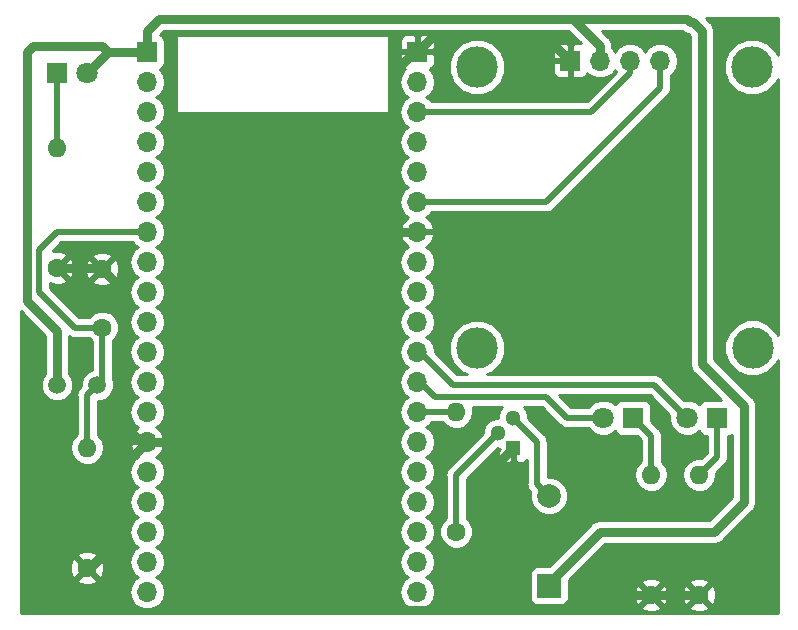
<source format=gtl>
G04 #@! TF.GenerationSoftware,KiCad,Pcbnew,5.0.0+dfsg1-1*
G04 #@! TF.CreationDate,2018-09-23T15:10:03+08:00*
G04 #@! TF.ProjectId,IOT,494F542E6B696361645F706362000000,rev?*
G04 #@! TF.SameCoordinates,Original*
G04 #@! TF.FileFunction,Copper,L1,Top,Signal*
G04 #@! TF.FilePolarity,Positive*
%FSLAX46Y46*%
G04 Gerber Fmt 4.6, Leading zero omitted, Abs format (unit mm)*
G04 Created by KiCad (PCBNEW 5.0.0+dfsg1-1) date Sun Sep 23 15:10:03 2018*
%MOMM*%
%LPD*%
G01*
G04 APERTURE LIST*
G04 #@! TA.AperFunction,ComponentPad*
%ADD10R,1.800000X1.800000*%
G04 #@! TD*
G04 #@! TA.AperFunction,ComponentPad*
%ADD11C,1.800000*%
G04 #@! TD*
G04 #@! TA.AperFunction,WasherPad*
%ADD12C,3.500000*%
G04 #@! TD*
G04 #@! TA.AperFunction,ComponentPad*
%ADD13R,1.700000X1.700000*%
G04 #@! TD*
G04 #@! TA.AperFunction,ComponentPad*
%ADD14O,1.700000X1.700000*%
G04 #@! TD*
G04 #@! TA.AperFunction,ComponentPad*
%ADD15C,1.500000*%
G04 #@! TD*
G04 #@! TA.AperFunction,ComponentPad*
%ADD16R,2.000000X2.000000*%
G04 #@! TD*
G04 #@! TA.AperFunction,ComponentPad*
%ADD17C,2.000000*%
G04 #@! TD*
G04 #@! TA.AperFunction,ComponentPad*
%ADD18O,1.600000X1.600000*%
G04 #@! TD*
G04 #@! TA.AperFunction,ComponentPad*
%ADD19C,1.600000*%
G04 #@! TD*
G04 #@! TA.AperFunction,ComponentPad*
%ADD20C,1.300000*%
G04 #@! TD*
G04 #@! TA.AperFunction,ComponentPad*
%ADD21R,1.300000X1.300000*%
G04 #@! TD*
G04 #@! TA.AperFunction,Conductor*
%ADD22C,0.508000*%
G04 #@! TD*
G04 #@! TA.AperFunction,Conductor*
%ADD23C,0.762000*%
G04 #@! TD*
G04 #@! TA.AperFunction,Conductor*
%ADD24C,0.254000*%
G04 #@! TD*
G04 APERTURE END LIST*
D10*
G04 #@! TO.P,D1,1*
G04 #@! TO.N,Net-(D1-Pad1)*
X25400000Y-41910000D03*
D11*
G04 #@! TO.P,D1,2*
G04 #@! TO.N,+3V3*
X27940000Y-41910000D03*
G04 #@! TD*
G04 #@! TO.P,D2,2*
G04 #@! TO.N,/GREEN_LED*
X78740000Y-71120000D03*
D10*
G04 #@! TO.P,D2,1*
G04 #@! TO.N,Net-(D2-Pad1)*
X81280000Y-71120000D03*
G04 #@! TD*
D12*
G04 #@! TO.P,U2,*
G04 #@! TO.N,*
X84251800Y-41402000D03*
X84277200Y-65176400D03*
X60960000Y-65201800D03*
D13*
G04 #@! TO.P,U2,1*
G04 #@! TO.N,GND*
X68834000Y-40894000D03*
D14*
G04 #@! TO.P,U2,2*
G04 #@! TO.N,+3V3*
X71374000Y-40894000D03*
G04 #@! TO.P,U2,3*
G04 #@! TO.N,/OLED_SCL*
X73914000Y-40894000D03*
G04 #@! TO.P,U2,4*
G04 #@! TO.N,/OLED_SDA*
X76454000Y-40894000D03*
D12*
G04 #@! TO.P,U2,*
G04 #@! TO.N,*
X60960000Y-41402000D03*
G04 #@! TD*
D10*
G04 #@! TO.P,D3,1*
G04 #@! TO.N,Net-(D3-Pad1)*
X74168000Y-71120000D03*
D11*
G04 #@! TO.P,D3,2*
G04 #@! TO.N,/RED_LED*
X71628000Y-71120000D03*
G04 #@! TD*
D15*
G04 #@! TO.P,R5,1*
G04 #@! TO.N,+3V3*
X25400000Y-68326000D03*
G04 #@! TO.P,R5,2*
G04 #@! TO.N,/LDR_ADC*
X28800000Y-68326000D03*
G04 #@! TD*
D14*
G04 #@! TO.P,U1,20*
G04 #@! TO.N,Net-(U1-Pad20)*
X55880000Y-85852000D03*
G04 #@! TO.P,U1,21*
G04 #@! TO.N,Net-(U1-Pad21)*
X55880000Y-83312000D03*
G04 #@! TO.P,U1,22*
G04 #@! TO.N,Net-(U1-Pad22)*
X55880000Y-80772000D03*
G04 #@! TO.P,U1,23*
G04 #@! TO.N,Net-(U1-Pad23)*
X55880000Y-78232000D03*
G04 #@! TO.P,U1,24*
G04 #@! TO.N,Net-(U1-Pad24)*
X55880000Y-75692000D03*
G04 #@! TO.P,U1,25*
G04 #@! TO.N,Net-(U1-Pad25)*
X55880000Y-73152000D03*
G04 #@! TO.P,U1,26*
G04 #@! TO.N,/BUZZER_CONTROL*
X55880000Y-70612000D03*
G04 #@! TO.P,U1,27*
G04 #@! TO.N,/RED_LED*
X55880000Y-68072000D03*
G04 #@! TO.P,U1,28*
G04 #@! TO.N,/GREEN_LED*
X55880000Y-65532000D03*
G04 #@! TO.P,U1,29*
G04 #@! TO.N,Net-(U1-Pad29)*
X55880000Y-62992000D03*
G04 #@! TO.P,U1,30*
G04 #@! TO.N,Net-(U1-Pad30)*
X55880000Y-60452000D03*
G04 #@! TO.P,U1,31*
G04 #@! TO.N,Net-(U1-Pad31)*
X55880000Y-57912000D03*
G04 #@! TO.P,U1,32*
G04 #@! TO.N,GND*
X55880000Y-55372000D03*
G04 #@! TO.P,U1,33*
G04 #@! TO.N,/OLED_SDA*
X55880000Y-52832000D03*
G04 #@! TO.P,U1,34*
G04 #@! TO.N,Net-(U1-Pad34)*
X55880000Y-50292000D03*
G04 #@! TO.P,U1,35*
G04 #@! TO.N,Net-(U1-Pad35)*
X55880000Y-47752000D03*
G04 #@! TO.P,U1,36*
G04 #@! TO.N,/OLED_SCL*
X55880000Y-45212000D03*
G04 #@! TO.P,U1,37*
G04 #@! TO.N,Net-(U1-Pad37)*
X55880000Y-42672000D03*
D13*
G04 #@! TO.P,U1,38*
G04 #@! TO.N,GND*
X55880000Y-40132000D03*
G04 #@! TO.P,U1,1*
G04 #@! TO.N,+3V3*
X33020000Y-40132000D03*
D14*
G04 #@! TO.P,U1,2*
G04 #@! TO.N,Net-(U1-Pad2)*
X33020000Y-42672000D03*
G04 #@! TO.P,U1,3*
G04 #@! TO.N,Net-(U1-Pad3)*
X33020000Y-45212000D03*
G04 #@! TO.P,U1,4*
G04 #@! TO.N,Net-(U1-Pad4)*
X33020000Y-47752000D03*
G04 #@! TO.P,U1,5*
G04 #@! TO.N,Net-(U1-Pad5)*
X33020000Y-50292000D03*
G04 #@! TO.P,U1,6*
G04 #@! TO.N,Net-(U1-Pad6)*
X33020000Y-52832000D03*
G04 #@! TO.P,U1,7*
G04 #@! TO.N,/LDR_ADC*
X33020000Y-55372000D03*
G04 #@! TO.P,U1,8*
G04 #@! TO.N,Net-(U1-Pad8)*
X33020000Y-57912000D03*
G04 #@! TO.P,U1,9*
G04 #@! TO.N,Net-(U1-Pad9)*
X33020000Y-60452000D03*
G04 #@! TO.P,U1,10*
G04 #@! TO.N,Net-(U1-Pad10)*
X33020000Y-62992000D03*
G04 #@! TO.P,U1,11*
G04 #@! TO.N,Net-(U1-Pad11)*
X33020000Y-65532000D03*
G04 #@! TO.P,U1,12*
G04 #@! TO.N,Net-(U1-Pad12)*
X33020000Y-68072000D03*
G04 #@! TO.P,U1,13*
G04 #@! TO.N,Net-(U1-Pad13)*
X33020000Y-70612000D03*
G04 #@! TO.P,U1,14*
G04 #@! TO.N,GND*
X33020000Y-73152000D03*
G04 #@! TO.P,U1,15*
G04 #@! TO.N,Net-(U1-Pad15)*
X33020000Y-75692000D03*
G04 #@! TO.P,U1,16*
G04 #@! TO.N,Net-(U1-Pad16)*
X33020000Y-78232000D03*
G04 #@! TO.P,U1,17*
G04 #@! TO.N,Net-(U1-Pad17)*
X33020000Y-80772000D03*
G04 #@! TO.P,U1,18*
G04 #@! TO.N,Net-(U1-Pad18)*
X33020000Y-83312000D03*
G04 #@! TO.P,U1,19*
G04 #@! TO.N,Net-(U1-Pad19)*
X33020000Y-85852000D03*
G04 #@! TD*
D16*
G04 #@! TO.P,BZ1,1*
G04 #@! TO.N,+3V3*
X67056000Y-85344000D03*
D17*
G04 #@! TO.P,BZ1,2*
G04 #@! TO.N,Net-(BZ1-Pad2)*
X67056000Y-77744000D03*
G04 #@! TD*
D18*
G04 #@! TO.P,R4,2*
G04 #@! TO.N,Net-(D3-Pad1)*
X75692000Y-75946000D03*
D19*
G04 #@! TO.P,R4,1*
G04 #@! TO.N,GND*
X75692000Y-86106000D03*
G04 #@! TD*
D18*
G04 #@! TO.P,R2,2*
G04 #@! TO.N,Net-(D1-Pad1)*
X25400000Y-48260000D03*
D19*
G04 #@! TO.P,R2,1*
G04 #@! TO.N,GND*
X25400000Y-58420000D03*
G04 #@! TD*
G04 #@! TO.P,C1,1*
G04 #@! TO.N,/LDR_ADC*
X29210000Y-63500000D03*
G04 #@! TO.P,C1,2*
G04 #@! TO.N,GND*
X29210000Y-58500000D03*
G04 #@! TD*
G04 #@! TO.P,R6,1*
G04 #@! TO.N,GND*
X27940000Y-83820000D03*
D18*
G04 #@! TO.P,R6,2*
G04 #@! TO.N,/LDR_ADC*
X27940000Y-73660000D03*
G04 #@! TD*
D19*
G04 #@! TO.P,R3,1*
G04 #@! TO.N,GND*
X79756000Y-86106000D03*
D18*
G04 #@! TO.P,R3,2*
G04 #@! TO.N,Net-(D2-Pad1)*
X79756000Y-75946000D03*
G04 #@! TD*
D20*
G04 #@! TO.P,Q1,2*
G04 #@! TO.N,Net-(Q1-Pad2)*
X62738000Y-72390000D03*
G04 #@! TO.P,Q1,3*
G04 #@! TO.N,Net-(BZ1-Pad2)*
X64008000Y-71120000D03*
D21*
G04 #@! TO.P,Q1,1*
G04 #@! TO.N,GND*
X64008000Y-73660000D03*
G04 #@! TD*
D19*
G04 #@! TO.P,R1,1*
G04 #@! TO.N,Net-(Q1-Pad2)*
X59182000Y-80772000D03*
D18*
G04 #@! TO.P,R1,2*
G04 #@! TO.N,/BUZZER_CONTROL*
X59182000Y-70612000D03*
G04 #@! TD*
D22*
G04 #@! TO.N,Net-(Q1-Pad2)*
X59182000Y-80772000D02*
X59182000Y-75946000D01*
X59182000Y-75946000D02*
X62738000Y-72390000D01*
G04 #@! TO.N,/BUZZER_CONTROL*
X55880000Y-70612000D02*
X59182000Y-70612000D01*
G04 #@! TO.N,Net-(D1-Pad1)*
X25400000Y-48260000D02*
X25400000Y-41910000D01*
D23*
G04 #@! TO.N,GND*
X34798000Y-73152000D02*
X33020000Y-73152000D01*
X53340000Y-54610000D02*
X34798000Y-73152000D01*
X55880000Y-55372000D02*
X52578000Y-55372000D01*
X52578000Y-55372000D02*
X53340000Y-54610000D01*
X29972000Y-77978000D02*
X30480000Y-77470000D01*
X30480000Y-77470000D02*
X30480000Y-75692000D01*
X30480000Y-75692000D02*
X33020000Y-73152000D01*
X25400000Y-58420000D02*
X29130000Y-58420000D01*
X29130000Y-58420000D02*
X29210000Y-58500000D01*
X33020000Y-73152000D02*
X32512000Y-73152000D01*
X30988000Y-60278000D02*
X29210000Y-58500000D01*
X30988000Y-71628000D02*
X30988000Y-60278000D01*
X32512000Y-73152000D02*
X30988000Y-71628000D01*
X27940000Y-83820000D02*
X28194000Y-83820000D01*
X29972000Y-82042000D02*
X29972000Y-77978000D01*
X28194000Y-83820000D02*
X29972000Y-82042000D01*
X55880000Y-40132000D02*
X57404000Y-38608000D01*
X57404000Y-38608000D02*
X64262000Y-38608000D01*
X64262000Y-38608000D02*
X64262000Y-38608000D01*
X33020000Y-73152000D02*
X36068000Y-73152000D01*
X50292000Y-87376000D02*
X50038000Y-87122000D01*
X51054000Y-87376000D02*
X50292000Y-87376000D01*
X51054000Y-87376000D02*
X57658000Y-87376000D01*
X36068000Y-73152000D02*
X50038000Y-87122000D01*
X62230000Y-82804000D02*
X62230000Y-75438000D01*
X57658000Y-87376000D02*
X62230000Y-82804000D01*
X62230000Y-75438000D02*
X64008000Y-73660000D01*
X75692000Y-86106000D02*
X79756000Y-86106000D01*
X75692000Y-86106000D02*
X71120000Y-86106000D01*
X69850000Y-87376000D02*
X70104000Y-87122000D01*
X69850000Y-87376000D02*
X57658000Y-87376000D01*
X71120000Y-86106000D02*
X70104000Y-87122000D01*
X57912000Y-87122000D02*
X57658000Y-87376000D01*
X55880000Y-40132000D02*
X55626000Y-40132000D01*
X54102000Y-53848000D02*
X52578000Y-55372000D01*
X54102000Y-41656000D02*
X54102000Y-53848000D01*
X55626000Y-40132000D02*
X54102000Y-41656000D01*
X64262000Y-38608000D02*
X66548000Y-38608000D01*
X66548000Y-38608000D02*
X68834000Y-40894000D01*
D22*
G04 #@! TO.N,Net-(D2-Pad1)*
X81280000Y-71120000D02*
X81280000Y-74422000D01*
X81280000Y-74422000D02*
X79756000Y-75946000D01*
G04 #@! TO.N,Net-(D3-Pad1)*
X75692000Y-75946000D02*
X75692000Y-72644000D01*
X75692000Y-72644000D02*
X74168000Y-71120000D01*
G04 #@! TO.N,/LDR_ADC*
X29210000Y-63500000D02*
X29210000Y-67916000D01*
X29210000Y-67916000D02*
X28800000Y-68326000D01*
X27940000Y-73660000D02*
X27940000Y-69186000D01*
X27940000Y-69186000D02*
X28800000Y-68326000D01*
X29210000Y-63500000D02*
X26924000Y-63500000D01*
X26924000Y-63500000D02*
X23876000Y-60452000D01*
X25400000Y-55372000D02*
X33020000Y-55372000D01*
X25400000Y-55372000D02*
X23876000Y-56896000D01*
X23876000Y-56896000D02*
X23876000Y-60452000D01*
G04 #@! TO.N,Net-(BZ1-Pad2)*
X64008000Y-71120000D02*
X66040000Y-73152000D01*
X66040000Y-76728000D02*
X67056000Y-77744000D01*
X66040000Y-75946000D02*
X66040000Y-76728000D01*
X66040000Y-75946000D02*
X66040000Y-73152000D01*
D23*
G04 #@! TO.N,+3V3*
X33020000Y-40132000D02*
X29718000Y-40132000D01*
X29718000Y-40132000D02*
X27940000Y-41910000D01*
X29718000Y-40132000D02*
X29210000Y-39624000D01*
X25400000Y-63754000D02*
X25400000Y-68326000D01*
X22860000Y-61214000D02*
X25400000Y-63754000D01*
X22860000Y-53340000D02*
X22860000Y-61214000D01*
X29210000Y-39624000D02*
X23368000Y-39624000D01*
X23368000Y-39624000D02*
X22860000Y-40132000D01*
X22860000Y-40132000D02*
X22860000Y-53340000D01*
X33020000Y-40132000D02*
X33020000Y-38354000D01*
X34036000Y-37338000D02*
X64770000Y-37338000D01*
X64770000Y-37338000D02*
X65278000Y-37338000D01*
X33020000Y-38354000D02*
X34036000Y-37338000D01*
X64770000Y-37338000D02*
X68580000Y-37338000D01*
X68580000Y-37338000D02*
X78740000Y-37338000D01*
X80010000Y-38354000D02*
X80010000Y-62992000D01*
X79248000Y-37592000D02*
X80010000Y-38354000D01*
X78994000Y-37592000D02*
X79248000Y-37592000D01*
X78740000Y-37338000D02*
X78994000Y-37592000D01*
X67056000Y-85344000D02*
X67056000Y-85090000D01*
X80010000Y-66548000D02*
X80010000Y-62992000D01*
X83566000Y-70104000D02*
X80010000Y-66548000D01*
X83566000Y-78232000D02*
X83566000Y-70104000D01*
X83058000Y-78740000D02*
X83566000Y-78232000D01*
X81026000Y-80772000D02*
X83058000Y-78740000D01*
X71374000Y-80772000D02*
X81026000Y-80772000D01*
X67056000Y-85090000D02*
X71374000Y-80772000D01*
X68580000Y-37338000D02*
X69088000Y-37338000D01*
X71374000Y-39624000D02*
X71374000Y-40894000D01*
X69088000Y-37338000D02*
X71374000Y-39624000D01*
D22*
G04 #@! TO.N,/GREEN_LED*
X55880000Y-65532000D02*
X56134000Y-65532000D01*
X75946000Y-68326000D02*
X78740000Y-71120000D01*
X58928000Y-68326000D02*
X75946000Y-68326000D01*
X56134000Y-65532000D02*
X58928000Y-68326000D01*
G04 #@! TO.N,/RED_LED*
X71628000Y-71120000D02*
X68580000Y-71120000D01*
X66802000Y-69342000D02*
X60452000Y-69342000D01*
X68580000Y-71120000D02*
X66802000Y-69342000D01*
X55880000Y-68072000D02*
X56134000Y-68072000D01*
X57404000Y-69342000D02*
X60452000Y-69342000D01*
X56134000Y-68072000D02*
X57404000Y-69342000D01*
G04 #@! TO.N,/OLED_SCL*
X73914000Y-40894000D02*
X73914000Y-41910000D01*
X70612000Y-45212000D02*
X55880000Y-45212000D01*
X73914000Y-41910000D02*
X70612000Y-45212000D01*
G04 #@! TO.N,/OLED_SDA*
X76454000Y-43180000D02*
X76454000Y-40894000D01*
X73152000Y-46482000D02*
X76454000Y-43180000D01*
X55880000Y-52832000D02*
X60960000Y-52832000D01*
X60960000Y-52832000D02*
X66802000Y-52832000D01*
X66802000Y-52832000D02*
X73152000Y-46482000D01*
G04 #@! TD*
D24*
G04 #@! TO.N,GND*
G36*
X86412000Y-40384880D02*
X86273705Y-40051006D01*
X85602794Y-39380095D01*
X84726206Y-39017000D01*
X83777394Y-39017000D01*
X82900806Y-39380095D01*
X82229895Y-40051006D01*
X81866800Y-40927594D01*
X81866800Y-41876406D01*
X82229895Y-42752994D01*
X82900806Y-43423905D01*
X83777394Y-43787000D01*
X84726206Y-43787000D01*
X85602794Y-43423905D01*
X86273705Y-42752994D01*
X86412000Y-42419120D01*
X86412001Y-64097960D01*
X86299105Y-63825406D01*
X85628194Y-63154495D01*
X84751606Y-62791400D01*
X83802794Y-62791400D01*
X82926206Y-63154495D01*
X82255295Y-63825406D01*
X81892200Y-64701994D01*
X81892200Y-65650806D01*
X82255295Y-66527394D01*
X82926206Y-67198305D01*
X83802794Y-67561400D01*
X84751606Y-67561400D01*
X85628194Y-67198305D01*
X86299105Y-66527394D01*
X86412001Y-66254840D01*
X86412001Y-87682000D01*
X22300000Y-87682000D01*
X22300000Y-84827745D01*
X27111861Y-84827745D01*
X27185995Y-85073864D01*
X27723223Y-85266965D01*
X28293454Y-85239778D01*
X28694005Y-85073864D01*
X28768139Y-84827745D01*
X27940000Y-83999605D01*
X27111861Y-84827745D01*
X22300000Y-84827745D01*
X22300000Y-83603223D01*
X26493035Y-83603223D01*
X26520222Y-84173454D01*
X26686136Y-84574005D01*
X26932255Y-84648139D01*
X27760395Y-83820000D01*
X28119605Y-83820000D01*
X28947745Y-84648139D01*
X29193864Y-84574005D01*
X29386965Y-84036777D01*
X29359778Y-83466546D01*
X29193864Y-83065995D01*
X28947745Y-82991861D01*
X28119605Y-83820000D01*
X27760395Y-83820000D01*
X26932255Y-82991861D01*
X26686136Y-83065995D01*
X26493035Y-83603223D01*
X22300000Y-83603223D01*
X22300000Y-82812255D01*
X27111861Y-82812255D01*
X27940000Y-83640395D01*
X28768139Y-82812255D01*
X28694005Y-82566136D01*
X28156777Y-82373035D01*
X27586546Y-82400222D01*
X27185995Y-82566136D01*
X27111861Y-82812255D01*
X22300000Y-82812255D01*
X22300000Y-75692000D01*
X31505908Y-75692000D01*
X31621161Y-76271418D01*
X31949375Y-76762625D01*
X32247761Y-76962000D01*
X31949375Y-77161375D01*
X31621161Y-77652582D01*
X31505908Y-78232000D01*
X31621161Y-78811418D01*
X31949375Y-79302625D01*
X32247761Y-79502000D01*
X31949375Y-79701375D01*
X31621161Y-80192582D01*
X31505908Y-80772000D01*
X31621161Y-81351418D01*
X31949375Y-81842625D01*
X32247761Y-82042000D01*
X31949375Y-82241375D01*
X31621161Y-82732582D01*
X31505908Y-83312000D01*
X31621161Y-83891418D01*
X31949375Y-84382625D01*
X32247761Y-84582000D01*
X31949375Y-84781375D01*
X31621161Y-85272582D01*
X31505908Y-85852000D01*
X31621161Y-86431418D01*
X31949375Y-86922625D01*
X32440582Y-87250839D01*
X32873744Y-87337000D01*
X33166256Y-87337000D01*
X33599418Y-87250839D01*
X34090625Y-86922625D01*
X34418839Y-86431418D01*
X34534092Y-85852000D01*
X34418839Y-85272582D01*
X34090625Y-84781375D01*
X33792239Y-84582000D01*
X34090625Y-84382625D01*
X34418839Y-83891418D01*
X34534092Y-83312000D01*
X34418839Y-82732582D01*
X34090625Y-82241375D01*
X33792239Y-82042000D01*
X34090625Y-81842625D01*
X34418839Y-81351418D01*
X34534092Y-80772000D01*
X34418839Y-80192582D01*
X34090625Y-79701375D01*
X33792239Y-79502000D01*
X34090625Y-79302625D01*
X34418839Y-78811418D01*
X34534092Y-78232000D01*
X34418839Y-77652582D01*
X34090625Y-77161375D01*
X33792239Y-76962000D01*
X34090625Y-76762625D01*
X34418839Y-76271418D01*
X34534092Y-75692000D01*
X34418839Y-75112582D01*
X34090625Y-74621375D01*
X33771522Y-74408157D01*
X33901358Y-74347183D01*
X34291645Y-73918924D01*
X34461476Y-73508890D01*
X34340155Y-73279000D01*
X33147000Y-73279000D01*
X33147000Y-73299000D01*
X32893000Y-73299000D01*
X32893000Y-73279000D01*
X31699845Y-73279000D01*
X31578524Y-73508890D01*
X31748355Y-73918924D01*
X32138642Y-74347183D01*
X32268478Y-74408157D01*
X31949375Y-74621375D01*
X31621161Y-75112582D01*
X31505908Y-75692000D01*
X22300000Y-75692000D01*
X22300000Y-62090840D01*
X24384000Y-64174841D01*
X24384001Y-67383312D01*
X24225853Y-67541460D01*
X24015000Y-68050506D01*
X24015000Y-68601494D01*
X24225853Y-69110540D01*
X24615460Y-69500147D01*
X25124506Y-69711000D01*
X25675494Y-69711000D01*
X26184540Y-69500147D01*
X26574147Y-69110540D01*
X26785000Y-68601494D01*
X26785000Y-68050506D01*
X26574147Y-67541460D01*
X26416000Y-67383313D01*
X26416000Y-64229756D01*
X26577130Y-64337419D01*
X26836444Y-64389000D01*
X26836445Y-64389000D01*
X26924000Y-64406416D01*
X27011555Y-64389000D01*
X28069604Y-64389000D01*
X28321000Y-64640396D01*
X28321001Y-67025294D01*
X28015460Y-67151853D01*
X27625853Y-67541460D01*
X27415000Y-68050506D01*
X27415000Y-68453765D01*
X27373294Y-68495471D01*
X27299068Y-68545067D01*
X27249472Y-68619293D01*
X27249471Y-68619294D01*
X27102582Y-68839130D01*
X27033584Y-69186000D01*
X27051001Y-69273559D01*
X27051000Y-72528151D01*
X26905423Y-72625423D01*
X26588260Y-73100091D01*
X26476887Y-73660000D01*
X26588260Y-74219909D01*
X26905423Y-74694577D01*
X27380091Y-75011740D01*
X27798667Y-75095000D01*
X28081333Y-75095000D01*
X28499909Y-75011740D01*
X28974577Y-74694577D01*
X29291740Y-74219909D01*
X29403113Y-73660000D01*
X29291740Y-73100091D01*
X28974577Y-72625423D01*
X28829000Y-72528152D01*
X28829000Y-69711000D01*
X29075494Y-69711000D01*
X29584540Y-69500147D01*
X29974147Y-69110540D01*
X30185000Y-68601494D01*
X30185000Y-68050506D01*
X30104526Y-67856223D01*
X30099000Y-67828444D01*
X30099000Y-64640396D01*
X30426534Y-64312862D01*
X30645000Y-63785439D01*
X30645000Y-63214561D01*
X30426534Y-62687138D01*
X30022862Y-62283466D01*
X29495439Y-62065000D01*
X28924561Y-62065000D01*
X28397138Y-62283466D01*
X28069604Y-62611000D01*
X27292236Y-62611000D01*
X24765000Y-60083765D01*
X24765000Y-59716639D01*
X25183223Y-59866965D01*
X25753454Y-59839778D01*
X26154005Y-59673864D01*
X26204042Y-59507745D01*
X28381861Y-59507745D01*
X28455995Y-59753864D01*
X28993223Y-59946965D01*
X29563454Y-59919778D01*
X29964005Y-59753864D01*
X30038139Y-59507745D01*
X29210000Y-58679605D01*
X28381861Y-59507745D01*
X26204042Y-59507745D01*
X26228139Y-59427745D01*
X25400000Y-58599605D01*
X25385858Y-58613748D01*
X25206252Y-58434142D01*
X25220395Y-58420000D01*
X25579605Y-58420000D01*
X26407745Y-59248139D01*
X26653864Y-59174005D01*
X26846965Y-58636777D01*
X26830109Y-58283223D01*
X27763035Y-58283223D01*
X27790222Y-58853454D01*
X27956136Y-59254005D01*
X28202255Y-59328139D01*
X29030395Y-58500000D01*
X29389605Y-58500000D01*
X30217745Y-59328139D01*
X30463864Y-59254005D01*
X30656965Y-58716777D01*
X30629778Y-58146546D01*
X30463864Y-57745995D01*
X30217745Y-57671861D01*
X29389605Y-58500000D01*
X29030395Y-58500000D01*
X28202255Y-57671861D01*
X27956136Y-57745995D01*
X27763035Y-58283223D01*
X26830109Y-58283223D01*
X26819778Y-58066546D01*
X26653864Y-57665995D01*
X26407745Y-57591861D01*
X25579605Y-58420000D01*
X25220395Y-58420000D01*
X25206252Y-58405858D01*
X25385858Y-58226252D01*
X25400000Y-58240395D01*
X26148139Y-57492255D01*
X28381861Y-57492255D01*
X29210000Y-58320395D01*
X30038139Y-57492255D01*
X29964005Y-57246136D01*
X29426777Y-57053035D01*
X28856546Y-57080222D01*
X28455995Y-57246136D01*
X28381861Y-57492255D01*
X26148139Y-57492255D01*
X26228139Y-57412255D01*
X26154005Y-57166136D01*
X25616777Y-56973035D01*
X25046546Y-57000222D01*
X25016616Y-57012620D01*
X25768236Y-56261000D01*
X31828017Y-56261000D01*
X31949375Y-56442625D01*
X32247761Y-56642000D01*
X31949375Y-56841375D01*
X31621161Y-57332582D01*
X31505908Y-57912000D01*
X31621161Y-58491418D01*
X31949375Y-58982625D01*
X32247761Y-59182000D01*
X31949375Y-59381375D01*
X31621161Y-59872582D01*
X31505908Y-60452000D01*
X31621161Y-61031418D01*
X31949375Y-61522625D01*
X32247761Y-61722000D01*
X31949375Y-61921375D01*
X31621161Y-62412582D01*
X31505908Y-62992000D01*
X31621161Y-63571418D01*
X31949375Y-64062625D01*
X32247761Y-64262000D01*
X31949375Y-64461375D01*
X31621161Y-64952582D01*
X31505908Y-65532000D01*
X31621161Y-66111418D01*
X31949375Y-66602625D01*
X32247761Y-66802000D01*
X31949375Y-67001375D01*
X31621161Y-67492582D01*
X31505908Y-68072000D01*
X31621161Y-68651418D01*
X31949375Y-69142625D01*
X32247761Y-69342000D01*
X31949375Y-69541375D01*
X31621161Y-70032582D01*
X31505908Y-70612000D01*
X31621161Y-71191418D01*
X31949375Y-71682625D01*
X32268478Y-71895843D01*
X32138642Y-71956817D01*
X31748355Y-72385076D01*
X31578524Y-72795110D01*
X31699845Y-73025000D01*
X32893000Y-73025000D01*
X32893000Y-73005000D01*
X33147000Y-73005000D01*
X33147000Y-73025000D01*
X34340155Y-73025000D01*
X34461476Y-72795110D01*
X34291645Y-72385076D01*
X33901358Y-71956817D01*
X33771522Y-71895843D01*
X34090625Y-71682625D01*
X34418839Y-71191418D01*
X34534092Y-70612000D01*
X34418839Y-70032582D01*
X34090625Y-69541375D01*
X33792239Y-69342000D01*
X34090625Y-69142625D01*
X34418839Y-68651418D01*
X34534092Y-68072000D01*
X34418839Y-67492582D01*
X34090625Y-67001375D01*
X33792239Y-66802000D01*
X34090625Y-66602625D01*
X34418839Y-66111418D01*
X34534092Y-65532000D01*
X34418839Y-64952582D01*
X34090625Y-64461375D01*
X33792239Y-64262000D01*
X34090625Y-64062625D01*
X34418839Y-63571418D01*
X34534092Y-62992000D01*
X34418839Y-62412582D01*
X34090625Y-61921375D01*
X33792239Y-61722000D01*
X34090625Y-61522625D01*
X34418839Y-61031418D01*
X34534092Y-60452000D01*
X34418839Y-59872582D01*
X34090625Y-59381375D01*
X33792239Y-59182000D01*
X34090625Y-58982625D01*
X34418839Y-58491418D01*
X34534092Y-57912000D01*
X34418839Y-57332582D01*
X34090625Y-56841375D01*
X33792239Y-56642000D01*
X34090625Y-56442625D01*
X34418839Y-55951418D01*
X34534092Y-55372000D01*
X34418839Y-54792582D01*
X34090625Y-54301375D01*
X33792239Y-54102000D01*
X34090625Y-53902625D01*
X34418839Y-53411418D01*
X34534092Y-52832000D01*
X34418839Y-52252582D01*
X34090625Y-51761375D01*
X33792239Y-51562000D01*
X34090625Y-51362625D01*
X34418839Y-50871418D01*
X34534092Y-50292000D01*
X34418839Y-49712582D01*
X34090625Y-49221375D01*
X33792239Y-49022000D01*
X34090625Y-48822625D01*
X34418839Y-48331418D01*
X34534092Y-47752000D01*
X34418839Y-47172582D01*
X34090625Y-46681375D01*
X33792239Y-46482000D01*
X34090625Y-46282625D01*
X34418839Y-45791418D01*
X34534092Y-45212000D01*
X34418839Y-44632582D01*
X34090625Y-44141375D01*
X33792239Y-43942000D01*
X34090625Y-43742625D01*
X34418839Y-43251418D01*
X34534092Y-42672000D01*
X34418839Y-42092582D01*
X34090625Y-41601375D01*
X34072381Y-41589184D01*
X34117765Y-41580157D01*
X34327809Y-41439809D01*
X34468157Y-41229765D01*
X34517440Y-40982000D01*
X34517440Y-39282000D01*
X34468157Y-39034235D01*
X34353073Y-38862000D01*
X35433000Y-38862000D01*
X35433000Y-45212000D01*
X35442667Y-45260601D01*
X35470197Y-45301803D01*
X35511399Y-45329333D01*
X35560000Y-45339000D01*
X53340000Y-45339000D01*
X53388601Y-45329333D01*
X53429803Y-45301803D01*
X53457333Y-45260601D01*
X53467000Y-45212000D01*
X53467000Y-39155690D01*
X54395000Y-39155690D01*
X54395000Y-39846250D01*
X54553750Y-40005000D01*
X55753000Y-40005000D01*
X55753000Y-38805750D01*
X56007000Y-38805750D01*
X56007000Y-40005000D01*
X57206250Y-40005000D01*
X57365000Y-39846250D01*
X57365000Y-39155690D01*
X57268327Y-38922301D01*
X57089698Y-38743673D01*
X56856309Y-38647000D01*
X56165750Y-38647000D01*
X56007000Y-38805750D01*
X55753000Y-38805750D01*
X55594250Y-38647000D01*
X54903691Y-38647000D01*
X54670302Y-38743673D01*
X54491673Y-38922301D01*
X54395000Y-39155690D01*
X53467000Y-39155690D01*
X53467000Y-38862000D01*
X53457333Y-38813399D01*
X53429803Y-38772197D01*
X53388601Y-38744667D01*
X53340000Y-38735000D01*
X35560000Y-38735000D01*
X35511399Y-38744667D01*
X35470197Y-38772197D01*
X35442667Y-38813399D01*
X35433000Y-38862000D01*
X34353073Y-38862000D01*
X34327809Y-38824191D01*
X34123299Y-38687541D01*
X34456841Y-38354000D01*
X68667160Y-38354000D01*
X69722160Y-39409000D01*
X69119750Y-39409000D01*
X68961000Y-39567750D01*
X68961000Y-40767000D01*
X68981000Y-40767000D01*
X68981000Y-41021000D01*
X68961000Y-41021000D01*
X68961000Y-42220250D01*
X69119750Y-42379000D01*
X69810310Y-42379000D01*
X70043699Y-42282327D01*
X70222327Y-42103698D01*
X70288904Y-41942967D01*
X70303375Y-41964625D01*
X70794582Y-42292839D01*
X71227744Y-42379000D01*
X71520256Y-42379000D01*
X71953418Y-42292839D01*
X72444625Y-41964625D01*
X72644000Y-41666239D01*
X72746749Y-41820015D01*
X70243765Y-44323000D01*
X57071983Y-44323000D01*
X56950625Y-44141375D01*
X56652239Y-43942000D01*
X56950625Y-43742625D01*
X57278839Y-43251418D01*
X57394092Y-42672000D01*
X57278839Y-42092582D01*
X56950625Y-41601375D01*
X56928967Y-41586904D01*
X57089698Y-41520327D01*
X57268327Y-41341699D01*
X57365000Y-41108310D01*
X57365000Y-40927594D01*
X58575000Y-40927594D01*
X58575000Y-41876406D01*
X58938095Y-42752994D01*
X59609006Y-43423905D01*
X60485594Y-43787000D01*
X61434406Y-43787000D01*
X62310994Y-43423905D01*
X62981905Y-42752994D01*
X63345000Y-41876406D01*
X63345000Y-41179750D01*
X67349000Y-41179750D01*
X67349000Y-41870309D01*
X67445673Y-42103698D01*
X67624301Y-42282327D01*
X67857690Y-42379000D01*
X68548250Y-42379000D01*
X68707000Y-42220250D01*
X68707000Y-41021000D01*
X67507750Y-41021000D01*
X67349000Y-41179750D01*
X63345000Y-41179750D01*
X63345000Y-40927594D01*
X62981905Y-40051006D01*
X62848590Y-39917691D01*
X67349000Y-39917691D01*
X67349000Y-40608250D01*
X67507750Y-40767000D01*
X68707000Y-40767000D01*
X68707000Y-39567750D01*
X68548250Y-39409000D01*
X67857690Y-39409000D01*
X67624301Y-39505673D01*
X67445673Y-39684302D01*
X67349000Y-39917691D01*
X62848590Y-39917691D01*
X62310994Y-39380095D01*
X61434406Y-39017000D01*
X60485594Y-39017000D01*
X59609006Y-39380095D01*
X58938095Y-40051006D01*
X58575000Y-40927594D01*
X57365000Y-40927594D01*
X57365000Y-40417750D01*
X57206250Y-40259000D01*
X56007000Y-40259000D01*
X56007000Y-40279000D01*
X55753000Y-40279000D01*
X55753000Y-40259000D01*
X54553750Y-40259000D01*
X54395000Y-40417750D01*
X54395000Y-41108310D01*
X54491673Y-41341699D01*
X54670302Y-41520327D01*
X54831033Y-41586904D01*
X54809375Y-41601375D01*
X54481161Y-42092582D01*
X54365908Y-42672000D01*
X54481161Y-43251418D01*
X54809375Y-43742625D01*
X55107761Y-43942000D01*
X54809375Y-44141375D01*
X54481161Y-44632582D01*
X54365908Y-45212000D01*
X54481161Y-45791418D01*
X54809375Y-46282625D01*
X55107761Y-46482000D01*
X54809375Y-46681375D01*
X54481161Y-47172582D01*
X54365908Y-47752000D01*
X54481161Y-48331418D01*
X54809375Y-48822625D01*
X55107761Y-49022000D01*
X54809375Y-49221375D01*
X54481161Y-49712582D01*
X54365908Y-50292000D01*
X54481161Y-50871418D01*
X54809375Y-51362625D01*
X55107761Y-51562000D01*
X54809375Y-51761375D01*
X54481161Y-52252582D01*
X54365908Y-52832000D01*
X54481161Y-53411418D01*
X54809375Y-53902625D01*
X55128478Y-54115843D01*
X54998642Y-54176817D01*
X54608355Y-54605076D01*
X54438524Y-55015110D01*
X54559845Y-55245000D01*
X55753000Y-55245000D01*
X55753000Y-55225000D01*
X56007000Y-55225000D01*
X56007000Y-55245000D01*
X57200155Y-55245000D01*
X57321476Y-55015110D01*
X57151645Y-54605076D01*
X56761358Y-54176817D01*
X56631522Y-54115843D01*
X56950625Y-53902625D01*
X57071983Y-53721000D01*
X66714445Y-53721000D01*
X66802000Y-53738416D01*
X66889555Y-53721000D01*
X66889556Y-53721000D01*
X67148870Y-53669419D01*
X67442933Y-53472933D01*
X67492531Y-53398704D01*
X73842529Y-47048707D01*
X73842531Y-47048704D01*
X77020707Y-43870529D01*
X77094933Y-43820933D01*
X77291419Y-43526870D01*
X77343000Y-43267556D01*
X77343000Y-43267555D01*
X77360416Y-43180001D01*
X77343000Y-43092446D01*
X77343000Y-42085983D01*
X77524625Y-41964625D01*
X77852839Y-41473418D01*
X77968092Y-40894000D01*
X77852839Y-40314582D01*
X77524625Y-39823375D01*
X77033418Y-39495161D01*
X76600256Y-39409000D01*
X76307744Y-39409000D01*
X75874582Y-39495161D01*
X75383375Y-39823375D01*
X75184000Y-40121761D01*
X74984625Y-39823375D01*
X74493418Y-39495161D01*
X74060256Y-39409000D01*
X73767744Y-39409000D01*
X73334582Y-39495161D01*
X72843375Y-39823375D01*
X72644000Y-40121761D01*
X72444625Y-39823375D01*
X72390000Y-39786876D01*
X72390000Y-39724063D01*
X72409904Y-39623999D01*
X72386367Y-39505673D01*
X72331051Y-39227577D01*
X72106495Y-38891505D01*
X72021661Y-38834821D01*
X71540840Y-38354000D01*
X78305662Y-38354000D01*
X78597577Y-38549051D01*
X78810579Y-38591420D01*
X78994000Y-38774841D01*
X78994001Y-62891935D01*
X78994000Y-66447936D01*
X78974096Y-66548000D01*
X78994000Y-66648063D01*
X78994000Y-66648064D01*
X79052949Y-66944422D01*
X79277505Y-67280495D01*
X79362340Y-67337180D01*
X81597719Y-69572560D01*
X80380000Y-69572560D01*
X80132235Y-69621843D01*
X79922191Y-69762191D01*
X79781843Y-69972235D01*
X79778725Y-69987908D01*
X79609507Y-69818690D01*
X79045330Y-69585000D01*
X78462236Y-69585000D01*
X76636531Y-67759296D01*
X76586933Y-67685067D01*
X76292870Y-67488581D01*
X76033556Y-67437000D01*
X76033555Y-67437000D01*
X75946000Y-67419584D01*
X75858445Y-67437000D01*
X61796055Y-67437000D01*
X62310994Y-67223705D01*
X62981905Y-66552794D01*
X63345000Y-65676206D01*
X63345000Y-64727394D01*
X62981905Y-63850806D01*
X62310994Y-63179895D01*
X61434406Y-62816800D01*
X60485594Y-62816800D01*
X59609006Y-63179895D01*
X58938095Y-63850806D01*
X58575000Y-64727394D01*
X58575000Y-65676206D01*
X58938095Y-66552794D01*
X59609006Y-67223705D01*
X60123945Y-67437000D01*
X59296236Y-67437000D01*
X57393618Y-65534383D01*
X57394092Y-65532000D01*
X57278839Y-64952582D01*
X56950625Y-64461375D01*
X56652239Y-64262000D01*
X56950625Y-64062625D01*
X57278839Y-63571418D01*
X57394092Y-62992000D01*
X57278839Y-62412582D01*
X56950625Y-61921375D01*
X56652239Y-61722000D01*
X56950625Y-61522625D01*
X57278839Y-61031418D01*
X57394092Y-60452000D01*
X57278839Y-59872582D01*
X56950625Y-59381375D01*
X56652239Y-59182000D01*
X56950625Y-58982625D01*
X57278839Y-58491418D01*
X57394092Y-57912000D01*
X57278839Y-57332582D01*
X56950625Y-56841375D01*
X56631522Y-56628157D01*
X56761358Y-56567183D01*
X57151645Y-56138924D01*
X57321476Y-55728890D01*
X57200155Y-55499000D01*
X56007000Y-55499000D01*
X56007000Y-55519000D01*
X55753000Y-55519000D01*
X55753000Y-55499000D01*
X54559845Y-55499000D01*
X54438524Y-55728890D01*
X54608355Y-56138924D01*
X54998642Y-56567183D01*
X55128478Y-56628157D01*
X54809375Y-56841375D01*
X54481161Y-57332582D01*
X54365908Y-57912000D01*
X54481161Y-58491418D01*
X54809375Y-58982625D01*
X55107761Y-59182000D01*
X54809375Y-59381375D01*
X54481161Y-59872582D01*
X54365908Y-60452000D01*
X54481161Y-61031418D01*
X54809375Y-61522625D01*
X55107761Y-61722000D01*
X54809375Y-61921375D01*
X54481161Y-62412582D01*
X54365908Y-62992000D01*
X54481161Y-63571418D01*
X54809375Y-64062625D01*
X55107761Y-64262000D01*
X54809375Y-64461375D01*
X54481161Y-64952582D01*
X54365908Y-65532000D01*
X54481161Y-66111418D01*
X54809375Y-66602625D01*
X55107761Y-66802000D01*
X54809375Y-67001375D01*
X54481161Y-67492582D01*
X54365908Y-68072000D01*
X54481161Y-68651418D01*
X54809375Y-69142625D01*
X55107761Y-69342000D01*
X54809375Y-69541375D01*
X54481161Y-70032582D01*
X54365908Y-70612000D01*
X54481161Y-71191418D01*
X54809375Y-71682625D01*
X55107761Y-71882000D01*
X54809375Y-72081375D01*
X54481161Y-72572582D01*
X54365908Y-73152000D01*
X54481161Y-73731418D01*
X54809375Y-74222625D01*
X55107761Y-74422000D01*
X54809375Y-74621375D01*
X54481161Y-75112582D01*
X54365908Y-75692000D01*
X54481161Y-76271418D01*
X54809375Y-76762625D01*
X55107761Y-76962000D01*
X54809375Y-77161375D01*
X54481161Y-77652582D01*
X54365908Y-78232000D01*
X54481161Y-78811418D01*
X54809375Y-79302625D01*
X55107761Y-79502000D01*
X54809375Y-79701375D01*
X54481161Y-80192582D01*
X54365908Y-80772000D01*
X54481161Y-81351418D01*
X54809375Y-81842625D01*
X55107761Y-82042000D01*
X54809375Y-82241375D01*
X54481161Y-82732582D01*
X54365908Y-83312000D01*
X54481161Y-83891418D01*
X54809375Y-84382625D01*
X55107761Y-84582000D01*
X54809375Y-84781375D01*
X54481161Y-85272582D01*
X54365908Y-85852000D01*
X54481161Y-86431418D01*
X54809375Y-86922625D01*
X55300582Y-87250839D01*
X55733744Y-87337000D01*
X56026256Y-87337000D01*
X56459418Y-87250839D01*
X56664593Y-87113745D01*
X74863861Y-87113745D01*
X74937995Y-87359864D01*
X75475223Y-87552965D01*
X76045454Y-87525778D01*
X76446005Y-87359864D01*
X76520139Y-87113745D01*
X78927861Y-87113745D01*
X79001995Y-87359864D01*
X79539223Y-87552965D01*
X80109454Y-87525778D01*
X80510005Y-87359864D01*
X80584139Y-87113745D01*
X79756000Y-86285605D01*
X78927861Y-87113745D01*
X76520139Y-87113745D01*
X75692000Y-86285605D01*
X74863861Y-87113745D01*
X56664593Y-87113745D01*
X56950625Y-86922625D01*
X57278839Y-86431418D01*
X57394092Y-85852000D01*
X57278839Y-85272582D01*
X56950625Y-84781375D01*
X56652239Y-84582000D01*
X56950625Y-84382625D01*
X57278839Y-83891418D01*
X57394092Y-83312000D01*
X57278839Y-82732582D01*
X56950625Y-82241375D01*
X56652239Y-82042000D01*
X56950625Y-81842625D01*
X57278839Y-81351418D01*
X57394092Y-80772000D01*
X57278839Y-80192582D01*
X56950625Y-79701375D01*
X56652239Y-79502000D01*
X56950625Y-79302625D01*
X57278839Y-78811418D01*
X57394092Y-78232000D01*
X57278839Y-77652582D01*
X56950625Y-77161375D01*
X56652239Y-76962000D01*
X56950625Y-76762625D01*
X57278839Y-76271418D01*
X57394092Y-75692000D01*
X57278839Y-75112582D01*
X56950625Y-74621375D01*
X56652239Y-74422000D01*
X56950625Y-74222625D01*
X57278839Y-73731418D01*
X57394092Y-73152000D01*
X57278839Y-72572582D01*
X56950625Y-72081375D01*
X56652239Y-71882000D01*
X56950625Y-71682625D01*
X57071983Y-71501000D01*
X58050152Y-71501000D01*
X58147423Y-71646577D01*
X58622091Y-71963740D01*
X59040667Y-72047000D01*
X59323333Y-72047000D01*
X59741909Y-71963740D01*
X60216577Y-71646577D01*
X60533740Y-71171909D01*
X60645113Y-70612000D01*
X60569327Y-70231000D01*
X63079735Y-70231000D01*
X62918629Y-70392106D01*
X62723000Y-70864398D01*
X62723000Y-71105000D01*
X62482398Y-71105000D01*
X62010106Y-71300629D01*
X61648629Y-71662106D01*
X61453000Y-72134398D01*
X61453000Y-72417764D01*
X58615294Y-75255471D01*
X58541068Y-75305067D01*
X58491472Y-75379293D01*
X58491471Y-75379294D01*
X58344582Y-75599130D01*
X58275584Y-75946000D01*
X58293001Y-76033559D01*
X58293000Y-79631604D01*
X57965466Y-79959138D01*
X57747000Y-80486561D01*
X57747000Y-81057439D01*
X57965466Y-81584862D01*
X58369138Y-81988534D01*
X58896561Y-82207000D01*
X59467439Y-82207000D01*
X59994862Y-81988534D01*
X60398534Y-81584862D01*
X60617000Y-81057439D01*
X60617000Y-80486561D01*
X60398534Y-79959138D01*
X60071000Y-79631604D01*
X60071000Y-76314235D01*
X62710236Y-73675000D01*
X62723000Y-73675000D01*
X62723000Y-73787002D01*
X62881748Y-73787002D01*
X62723000Y-73945750D01*
X62723000Y-74436310D01*
X62819673Y-74669699D01*
X62998302Y-74848327D01*
X63231691Y-74945000D01*
X63722250Y-74945000D01*
X63881000Y-74786250D01*
X63881000Y-73787000D01*
X63861000Y-73787000D01*
X63861000Y-73533000D01*
X63881000Y-73533000D01*
X63881000Y-73513000D01*
X64135000Y-73513000D01*
X64135000Y-73533000D01*
X64155000Y-73533000D01*
X64155000Y-73787000D01*
X64135000Y-73787000D01*
X64135000Y-74786250D01*
X64293750Y-74945000D01*
X64784309Y-74945000D01*
X65017698Y-74848327D01*
X65151000Y-74715025D01*
X65151000Y-76640445D01*
X65133584Y-76728000D01*
X65151000Y-76815555D01*
X65151000Y-76815556D01*
X65202582Y-77074870D01*
X65399068Y-77368933D01*
X65432417Y-77391216D01*
X65421000Y-77418778D01*
X65421000Y-78069222D01*
X65669914Y-78670153D01*
X66129847Y-79130086D01*
X66730778Y-79379000D01*
X67381222Y-79379000D01*
X67982153Y-79130086D01*
X68442086Y-78670153D01*
X68691000Y-78069222D01*
X68691000Y-77418778D01*
X68442086Y-76817847D01*
X67982153Y-76357914D01*
X67381222Y-76109000D01*
X66929000Y-76109000D01*
X66929000Y-73239555D01*
X66946416Y-73152000D01*
X66914365Y-72990870D01*
X66877419Y-72805130D01*
X66680933Y-72511067D01*
X66606707Y-72461471D01*
X65293000Y-71147765D01*
X65293000Y-70864398D01*
X65097371Y-70392106D01*
X64936265Y-70231000D01*
X66433765Y-70231000D01*
X67889470Y-71686706D01*
X67939067Y-71760933D01*
X68233130Y-71957419D01*
X68492444Y-72009000D01*
X68492445Y-72009000D01*
X68580000Y-72026416D01*
X68667555Y-72009000D01*
X70346183Y-72009000D01*
X70758493Y-72421310D01*
X71322670Y-72655000D01*
X71933330Y-72655000D01*
X72497507Y-72421310D01*
X72666725Y-72252092D01*
X72669843Y-72267765D01*
X72810191Y-72477809D01*
X73020235Y-72618157D01*
X73268000Y-72667440D01*
X74458204Y-72667440D01*
X74803001Y-73012237D01*
X74803000Y-74814151D01*
X74657423Y-74911423D01*
X74340260Y-75386091D01*
X74228887Y-75946000D01*
X74340260Y-76505909D01*
X74657423Y-76980577D01*
X75132091Y-77297740D01*
X75550667Y-77381000D01*
X75833333Y-77381000D01*
X76251909Y-77297740D01*
X76726577Y-76980577D01*
X77043740Y-76505909D01*
X77155113Y-75946000D01*
X77043740Y-75386091D01*
X76726577Y-74911423D01*
X76581000Y-74814152D01*
X76581000Y-72731550D01*
X76598415Y-72643999D01*
X76581000Y-72556448D01*
X76581000Y-72556444D01*
X76529419Y-72297130D01*
X76332933Y-72003067D01*
X76258707Y-71953471D01*
X75715440Y-71410204D01*
X75715440Y-70220000D01*
X75666157Y-69972235D01*
X75525809Y-69762191D01*
X75315765Y-69621843D01*
X75068000Y-69572560D01*
X73268000Y-69572560D01*
X73020235Y-69621843D01*
X72810191Y-69762191D01*
X72669843Y-69972235D01*
X72666725Y-69987908D01*
X72497507Y-69818690D01*
X71933330Y-69585000D01*
X71322670Y-69585000D01*
X70758493Y-69818690D01*
X70346183Y-70231000D01*
X68948236Y-70231000D01*
X67932235Y-69215000D01*
X75577765Y-69215000D01*
X77205000Y-70842236D01*
X77205000Y-71425330D01*
X77438690Y-71989507D01*
X77870493Y-72421310D01*
X78434670Y-72655000D01*
X79045330Y-72655000D01*
X79609507Y-72421310D01*
X79778725Y-72252092D01*
X79781843Y-72267765D01*
X79922191Y-72477809D01*
X80132235Y-72618157D01*
X80380000Y-72667440D01*
X80391000Y-72667440D01*
X80391001Y-74053763D01*
X79927720Y-74517044D01*
X79897333Y-74511000D01*
X79614667Y-74511000D01*
X79196091Y-74594260D01*
X78721423Y-74911423D01*
X78404260Y-75386091D01*
X78292887Y-75946000D01*
X78404260Y-76505909D01*
X78721423Y-76980577D01*
X79196091Y-77297740D01*
X79614667Y-77381000D01*
X79897333Y-77381000D01*
X80315909Y-77297740D01*
X80790577Y-76980577D01*
X81107740Y-76505909D01*
X81219113Y-75946000D01*
X81184956Y-75774280D01*
X81846707Y-75112529D01*
X81920933Y-75062933D01*
X82117419Y-74768870D01*
X82169000Y-74509556D01*
X82169000Y-74509552D01*
X82186415Y-74422001D01*
X82169000Y-74334450D01*
X82169000Y-72667440D01*
X82180000Y-72667440D01*
X82427765Y-72618157D01*
X82550001Y-72536481D01*
X82550000Y-77811160D01*
X82410339Y-77950821D01*
X82410336Y-77950823D01*
X80605160Y-79756000D01*
X71474063Y-79756000D01*
X71373999Y-79736096D01*
X71273936Y-79756000D01*
X71273935Y-79756000D01*
X70977577Y-79814949D01*
X70641505Y-80039505D01*
X70584822Y-80124337D01*
X67012600Y-83696560D01*
X66056000Y-83696560D01*
X65808235Y-83745843D01*
X65598191Y-83886191D01*
X65457843Y-84096235D01*
X65408560Y-84344000D01*
X65408560Y-86344000D01*
X65457843Y-86591765D01*
X65598191Y-86801809D01*
X65808235Y-86942157D01*
X66056000Y-86991440D01*
X68056000Y-86991440D01*
X68303765Y-86942157D01*
X68513809Y-86801809D01*
X68654157Y-86591765D01*
X68703440Y-86344000D01*
X68703440Y-85889223D01*
X74245035Y-85889223D01*
X74272222Y-86459454D01*
X74438136Y-86860005D01*
X74684255Y-86934139D01*
X75512395Y-86106000D01*
X75871605Y-86106000D01*
X76699745Y-86934139D01*
X76945864Y-86860005D01*
X77138965Y-86322777D01*
X77118295Y-85889223D01*
X78309035Y-85889223D01*
X78336222Y-86459454D01*
X78502136Y-86860005D01*
X78748255Y-86934139D01*
X79576395Y-86106000D01*
X79935605Y-86106000D01*
X80763745Y-86934139D01*
X81009864Y-86860005D01*
X81202965Y-86322777D01*
X81175778Y-85752546D01*
X81009864Y-85351995D01*
X80763745Y-85277861D01*
X79935605Y-86106000D01*
X79576395Y-86106000D01*
X78748255Y-85277861D01*
X78502136Y-85351995D01*
X78309035Y-85889223D01*
X77118295Y-85889223D01*
X77111778Y-85752546D01*
X76945864Y-85351995D01*
X76699745Y-85277861D01*
X75871605Y-86106000D01*
X75512395Y-86106000D01*
X74684255Y-85277861D01*
X74438136Y-85351995D01*
X74245035Y-85889223D01*
X68703440Y-85889223D01*
X68703440Y-85098255D01*
X74863861Y-85098255D01*
X75692000Y-85926395D01*
X76520139Y-85098255D01*
X78927861Y-85098255D01*
X79756000Y-85926395D01*
X80584139Y-85098255D01*
X80510005Y-84852136D01*
X79972777Y-84659035D01*
X79402546Y-84686222D01*
X79001995Y-84852136D01*
X78927861Y-85098255D01*
X76520139Y-85098255D01*
X76446005Y-84852136D01*
X75908777Y-84659035D01*
X75338546Y-84686222D01*
X74937995Y-84852136D01*
X74863861Y-85098255D01*
X68703440Y-85098255D01*
X68703440Y-84879400D01*
X71794841Y-81788000D01*
X80925937Y-81788000D01*
X81026000Y-81807904D01*
X81126063Y-81788000D01*
X81126065Y-81788000D01*
X81422423Y-81729051D01*
X81758495Y-81504495D01*
X81815180Y-81419660D01*
X83847177Y-79387664D01*
X83847179Y-79387661D01*
X84213661Y-79021179D01*
X84298495Y-78964495D01*
X84523051Y-78628423D01*
X84582000Y-78332065D01*
X84582000Y-78332064D01*
X84601904Y-78232001D01*
X84582000Y-78131937D01*
X84582000Y-70204063D01*
X84601904Y-70103999D01*
X84577822Y-69982932D01*
X84523051Y-69707577D01*
X84510552Y-69688870D01*
X84436085Y-69577423D01*
X84298495Y-69371505D01*
X84213663Y-69314822D01*
X81026000Y-66127160D01*
X81026000Y-38454064D01*
X81045904Y-38354000D01*
X81023161Y-38239663D01*
X80967051Y-37957577D01*
X80742495Y-37621505D01*
X80657663Y-37564823D01*
X80378841Y-37286000D01*
X86412000Y-37286000D01*
X86412000Y-40384880D01*
X86412000Y-40384880D01*
G37*
X86412000Y-40384880D02*
X86273705Y-40051006D01*
X85602794Y-39380095D01*
X84726206Y-39017000D01*
X83777394Y-39017000D01*
X82900806Y-39380095D01*
X82229895Y-40051006D01*
X81866800Y-40927594D01*
X81866800Y-41876406D01*
X82229895Y-42752994D01*
X82900806Y-43423905D01*
X83777394Y-43787000D01*
X84726206Y-43787000D01*
X85602794Y-43423905D01*
X86273705Y-42752994D01*
X86412000Y-42419120D01*
X86412001Y-64097960D01*
X86299105Y-63825406D01*
X85628194Y-63154495D01*
X84751606Y-62791400D01*
X83802794Y-62791400D01*
X82926206Y-63154495D01*
X82255295Y-63825406D01*
X81892200Y-64701994D01*
X81892200Y-65650806D01*
X82255295Y-66527394D01*
X82926206Y-67198305D01*
X83802794Y-67561400D01*
X84751606Y-67561400D01*
X85628194Y-67198305D01*
X86299105Y-66527394D01*
X86412001Y-66254840D01*
X86412001Y-87682000D01*
X22300000Y-87682000D01*
X22300000Y-84827745D01*
X27111861Y-84827745D01*
X27185995Y-85073864D01*
X27723223Y-85266965D01*
X28293454Y-85239778D01*
X28694005Y-85073864D01*
X28768139Y-84827745D01*
X27940000Y-83999605D01*
X27111861Y-84827745D01*
X22300000Y-84827745D01*
X22300000Y-83603223D01*
X26493035Y-83603223D01*
X26520222Y-84173454D01*
X26686136Y-84574005D01*
X26932255Y-84648139D01*
X27760395Y-83820000D01*
X28119605Y-83820000D01*
X28947745Y-84648139D01*
X29193864Y-84574005D01*
X29386965Y-84036777D01*
X29359778Y-83466546D01*
X29193864Y-83065995D01*
X28947745Y-82991861D01*
X28119605Y-83820000D01*
X27760395Y-83820000D01*
X26932255Y-82991861D01*
X26686136Y-83065995D01*
X26493035Y-83603223D01*
X22300000Y-83603223D01*
X22300000Y-82812255D01*
X27111861Y-82812255D01*
X27940000Y-83640395D01*
X28768139Y-82812255D01*
X28694005Y-82566136D01*
X28156777Y-82373035D01*
X27586546Y-82400222D01*
X27185995Y-82566136D01*
X27111861Y-82812255D01*
X22300000Y-82812255D01*
X22300000Y-75692000D01*
X31505908Y-75692000D01*
X31621161Y-76271418D01*
X31949375Y-76762625D01*
X32247761Y-76962000D01*
X31949375Y-77161375D01*
X31621161Y-77652582D01*
X31505908Y-78232000D01*
X31621161Y-78811418D01*
X31949375Y-79302625D01*
X32247761Y-79502000D01*
X31949375Y-79701375D01*
X31621161Y-80192582D01*
X31505908Y-80772000D01*
X31621161Y-81351418D01*
X31949375Y-81842625D01*
X32247761Y-82042000D01*
X31949375Y-82241375D01*
X31621161Y-82732582D01*
X31505908Y-83312000D01*
X31621161Y-83891418D01*
X31949375Y-84382625D01*
X32247761Y-84582000D01*
X31949375Y-84781375D01*
X31621161Y-85272582D01*
X31505908Y-85852000D01*
X31621161Y-86431418D01*
X31949375Y-86922625D01*
X32440582Y-87250839D01*
X32873744Y-87337000D01*
X33166256Y-87337000D01*
X33599418Y-87250839D01*
X34090625Y-86922625D01*
X34418839Y-86431418D01*
X34534092Y-85852000D01*
X34418839Y-85272582D01*
X34090625Y-84781375D01*
X33792239Y-84582000D01*
X34090625Y-84382625D01*
X34418839Y-83891418D01*
X34534092Y-83312000D01*
X34418839Y-82732582D01*
X34090625Y-82241375D01*
X33792239Y-82042000D01*
X34090625Y-81842625D01*
X34418839Y-81351418D01*
X34534092Y-80772000D01*
X34418839Y-80192582D01*
X34090625Y-79701375D01*
X33792239Y-79502000D01*
X34090625Y-79302625D01*
X34418839Y-78811418D01*
X34534092Y-78232000D01*
X34418839Y-77652582D01*
X34090625Y-77161375D01*
X33792239Y-76962000D01*
X34090625Y-76762625D01*
X34418839Y-76271418D01*
X34534092Y-75692000D01*
X34418839Y-75112582D01*
X34090625Y-74621375D01*
X33771522Y-74408157D01*
X33901358Y-74347183D01*
X34291645Y-73918924D01*
X34461476Y-73508890D01*
X34340155Y-73279000D01*
X33147000Y-73279000D01*
X33147000Y-73299000D01*
X32893000Y-73299000D01*
X32893000Y-73279000D01*
X31699845Y-73279000D01*
X31578524Y-73508890D01*
X31748355Y-73918924D01*
X32138642Y-74347183D01*
X32268478Y-74408157D01*
X31949375Y-74621375D01*
X31621161Y-75112582D01*
X31505908Y-75692000D01*
X22300000Y-75692000D01*
X22300000Y-62090840D01*
X24384000Y-64174841D01*
X24384001Y-67383312D01*
X24225853Y-67541460D01*
X24015000Y-68050506D01*
X24015000Y-68601494D01*
X24225853Y-69110540D01*
X24615460Y-69500147D01*
X25124506Y-69711000D01*
X25675494Y-69711000D01*
X26184540Y-69500147D01*
X26574147Y-69110540D01*
X26785000Y-68601494D01*
X26785000Y-68050506D01*
X26574147Y-67541460D01*
X26416000Y-67383313D01*
X26416000Y-64229756D01*
X26577130Y-64337419D01*
X26836444Y-64389000D01*
X26836445Y-64389000D01*
X26924000Y-64406416D01*
X27011555Y-64389000D01*
X28069604Y-64389000D01*
X28321000Y-64640396D01*
X28321001Y-67025294D01*
X28015460Y-67151853D01*
X27625853Y-67541460D01*
X27415000Y-68050506D01*
X27415000Y-68453765D01*
X27373294Y-68495471D01*
X27299068Y-68545067D01*
X27249472Y-68619293D01*
X27249471Y-68619294D01*
X27102582Y-68839130D01*
X27033584Y-69186000D01*
X27051001Y-69273559D01*
X27051000Y-72528151D01*
X26905423Y-72625423D01*
X26588260Y-73100091D01*
X26476887Y-73660000D01*
X26588260Y-74219909D01*
X26905423Y-74694577D01*
X27380091Y-75011740D01*
X27798667Y-75095000D01*
X28081333Y-75095000D01*
X28499909Y-75011740D01*
X28974577Y-74694577D01*
X29291740Y-74219909D01*
X29403113Y-73660000D01*
X29291740Y-73100091D01*
X28974577Y-72625423D01*
X28829000Y-72528152D01*
X28829000Y-69711000D01*
X29075494Y-69711000D01*
X29584540Y-69500147D01*
X29974147Y-69110540D01*
X30185000Y-68601494D01*
X30185000Y-68050506D01*
X30104526Y-67856223D01*
X30099000Y-67828444D01*
X30099000Y-64640396D01*
X30426534Y-64312862D01*
X30645000Y-63785439D01*
X30645000Y-63214561D01*
X30426534Y-62687138D01*
X30022862Y-62283466D01*
X29495439Y-62065000D01*
X28924561Y-62065000D01*
X28397138Y-62283466D01*
X28069604Y-62611000D01*
X27292236Y-62611000D01*
X24765000Y-60083765D01*
X24765000Y-59716639D01*
X25183223Y-59866965D01*
X25753454Y-59839778D01*
X26154005Y-59673864D01*
X26204042Y-59507745D01*
X28381861Y-59507745D01*
X28455995Y-59753864D01*
X28993223Y-59946965D01*
X29563454Y-59919778D01*
X29964005Y-59753864D01*
X30038139Y-59507745D01*
X29210000Y-58679605D01*
X28381861Y-59507745D01*
X26204042Y-59507745D01*
X26228139Y-59427745D01*
X25400000Y-58599605D01*
X25385858Y-58613748D01*
X25206252Y-58434142D01*
X25220395Y-58420000D01*
X25579605Y-58420000D01*
X26407745Y-59248139D01*
X26653864Y-59174005D01*
X26846965Y-58636777D01*
X26830109Y-58283223D01*
X27763035Y-58283223D01*
X27790222Y-58853454D01*
X27956136Y-59254005D01*
X28202255Y-59328139D01*
X29030395Y-58500000D01*
X29389605Y-58500000D01*
X30217745Y-59328139D01*
X30463864Y-59254005D01*
X30656965Y-58716777D01*
X30629778Y-58146546D01*
X30463864Y-57745995D01*
X30217745Y-57671861D01*
X29389605Y-58500000D01*
X29030395Y-58500000D01*
X28202255Y-57671861D01*
X27956136Y-57745995D01*
X27763035Y-58283223D01*
X26830109Y-58283223D01*
X26819778Y-58066546D01*
X26653864Y-57665995D01*
X26407745Y-57591861D01*
X25579605Y-58420000D01*
X25220395Y-58420000D01*
X25206252Y-58405858D01*
X25385858Y-58226252D01*
X25400000Y-58240395D01*
X26148139Y-57492255D01*
X28381861Y-57492255D01*
X29210000Y-58320395D01*
X30038139Y-57492255D01*
X29964005Y-57246136D01*
X29426777Y-57053035D01*
X28856546Y-57080222D01*
X28455995Y-57246136D01*
X28381861Y-57492255D01*
X26148139Y-57492255D01*
X26228139Y-57412255D01*
X26154005Y-57166136D01*
X25616777Y-56973035D01*
X25046546Y-57000222D01*
X25016616Y-57012620D01*
X25768236Y-56261000D01*
X31828017Y-56261000D01*
X31949375Y-56442625D01*
X32247761Y-56642000D01*
X31949375Y-56841375D01*
X31621161Y-57332582D01*
X31505908Y-57912000D01*
X31621161Y-58491418D01*
X31949375Y-58982625D01*
X32247761Y-59182000D01*
X31949375Y-59381375D01*
X31621161Y-59872582D01*
X31505908Y-60452000D01*
X31621161Y-61031418D01*
X31949375Y-61522625D01*
X32247761Y-61722000D01*
X31949375Y-61921375D01*
X31621161Y-62412582D01*
X31505908Y-62992000D01*
X31621161Y-63571418D01*
X31949375Y-64062625D01*
X32247761Y-64262000D01*
X31949375Y-64461375D01*
X31621161Y-64952582D01*
X31505908Y-65532000D01*
X31621161Y-66111418D01*
X31949375Y-66602625D01*
X32247761Y-66802000D01*
X31949375Y-67001375D01*
X31621161Y-67492582D01*
X31505908Y-68072000D01*
X31621161Y-68651418D01*
X31949375Y-69142625D01*
X32247761Y-69342000D01*
X31949375Y-69541375D01*
X31621161Y-70032582D01*
X31505908Y-70612000D01*
X31621161Y-71191418D01*
X31949375Y-71682625D01*
X32268478Y-71895843D01*
X32138642Y-71956817D01*
X31748355Y-72385076D01*
X31578524Y-72795110D01*
X31699845Y-73025000D01*
X32893000Y-73025000D01*
X32893000Y-73005000D01*
X33147000Y-73005000D01*
X33147000Y-73025000D01*
X34340155Y-73025000D01*
X34461476Y-72795110D01*
X34291645Y-72385076D01*
X33901358Y-71956817D01*
X33771522Y-71895843D01*
X34090625Y-71682625D01*
X34418839Y-71191418D01*
X34534092Y-70612000D01*
X34418839Y-70032582D01*
X34090625Y-69541375D01*
X33792239Y-69342000D01*
X34090625Y-69142625D01*
X34418839Y-68651418D01*
X34534092Y-68072000D01*
X34418839Y-67492582D01*
X34090625Y-67001375D01*
X33792239Y-66802000D01*
X34090625Y-66602625D01*
X34418839Y-66111418D01*
X34534092Y-65532000D01*
X34418839Y-64952582D01*
X34090625Y-64461375D01*
X33792239Y-64262000D01*
X34090625Y-64062625D01*
X34418839Y-63571418D01*
X34534092Y-62992000D01*
X34418839Y-62412582D01*
X34090625Y-61921375D01*
X33792239Y-61722000D01*
X34090625Y-61522625D01*
X34418839Y-61031418D01*
X34534092Y-60452000D01*
X34418839Y-59872582D01*
X34090625Y-59381375D01*
X33792239Y-59182000D01*
X34090625Y-58982625D01*
X34418839Y-58491418D01*
X34534092Y-57912000D01*
X34418839Y-57332582D01*
X34090625Y-56841375D01*
X33792239Y-56642000D01*
X34090625Y-56442625D01*
X34418839Y-55951418D01*
X34534092Y-55372000D01*
X34418839Y-54792582D01*
X34090625Y-54301375D01*
X33792239Y-54102000D01*
X34090625Y-53902625D01*
X34418839Y-53411418D01*
X34534092Y-52832000D01*
X34418839Y-52252582D01*
X34090625Y-51761375D01*
X33792239Y-51562000D01*
X34090625Y-51362625D01*
X34418839Y-50871418D01*
X34534092Y-50292000D01*
X34418839Y-49712582D01*
X34090625Y-49221375D01*
X33792239Y-49022000D01*
X34090625Y-48822625D01*
X34418839Y-48331418D01*
X34534092Y-47752000D01*
X34418839Y-47172582D01*
X34090625Y-46681375D01*
X33792239Y-46482000D01*
X34090625Y-46282625D01*
X34418839Y-45791418D01*
X34534092Y-45212000D01*
X34418839Y-44632582D01*
X34090625Y-44141375D01*
X33792239Y-43942000D01*
X34090625Y-43742625D01*
X34418839Y-43251418D01*
X34534092Y-42672000D01*
X34418839Y-42092582D01*
X34090625Y-41601375D01*
X34072381Y-41589184D01*
X34117765Y-41580157D01*
X34327809Y-41439809D01*
X34468157Y-41229765D01*
X34517440Y-40982000D01*
X34517440Y-39282000D01*
X34468157Y-39034235D01*
X34353073Y-38862000D01*
X35433000Y-38862000D01*
X35433000Y-45212000D01*
X35442667Y-45260601D01*
X35470197Y-45301803D01*
X35511399Y-45329333D01*
X35560000Y-45339000D01*
X53340000Y-45339000D01*
X53388601Y-45329333D01*
X53429803Y-45301803D01*
X53457333Y-45260601D01*
X53467000Y-45212000D01*
X53467000Y-39155690D01*
X54395000Y-39155690D01*
X54395000Y-39846250D01*
X54553750Y-40005000D01*
X55753000Y-40005000D01*
X55753000Y-38805750D01*
X56007000Y-38805750D01*
X56007000Y-40005000D01*
X57206250Y-40005000D01*
X57365000Y-39846250D01*
X57365000Y-39155690D01*
X57268327Y-38922301D01*
X57089698Y-38743673D01*
X56856309Y-38647000D01*
X56165750Y-38647000D01*
X56007000Y-38805750D01*
X55753000Y-38805750D01*
X55594250Y-38647000D01*
X54903691Y-38647000D01*
X54670302Y-38743673D01*
X54491673Y-38922301D01*
X54395000Y-39155690D01*
X53467000Y-39155690D01*
X53467000Y-38862000D01*
X53457333Y-38813399D01*
X53429803Y-38772197D01*
X53388601Y-38744667D01*
X53340000Y-38735000D01*
X35560000Y-38735000D01*
X35511399Y-38744667D01*
X35470197Y-38772197D01*
X35442667Y-38813399D01*
X35433000Y-38862000D01*
X34353073Y-38862000D01*
X34327809Y-38824191D01*
X34123299Y-38687541D01*
X34456841Y-38354000D01*
X68667160Y-38354000D01*
X69722160Y-39409000D01*
X69119750Y-39409000D01*
X68961000Y-39567750D01*
X68961000Y-40767000D01*
X68981000Y-40767000D01*
X68981000Y-41021000D01*
X68961000Y-41021000D01*
X68961000Y-42220250D01*
X69119750Y-42379000D01*
X69810310Y-42379000D01*
X70043699Y-42282327D01*
X70222327Y-42103698D01*
X70288904Y-41942967D01*
X70303375Y-41964625D01*
X70794582Y-42292839D01*
X71227744Y-42379000D01*
X71520256Y-42379000D01*
X71953418Y-42292839D01*
X72444625Y-41964625D01*
X72644000Y-41666239D01*
X72746749Y-41820015D01*
X70243765Y-44323000D01*
X57071983Y-44323000D01*
X56950625Y-44141375D01*
X56652239Y-43942000D01*
X56950625Y-43742625D01*
X57278839Y-43251418D01*
X57394092Y-42672000D01*
X57278839Y-42092582D01*
X56950625Y-41601375D01*
X56928967Y-41586904D01*
X57089698Y-41520327D01*
X57268327Y-41341699D01*
X57365000Y-41108310D01*
X57365000Y-40927594D01*
X58575000Y-40927594D01*
X58575000Y-41876406D01*
X58938095Y-42752994D01*
X59609006Y-43423905D01*
X60485594Y-43787000D01*
X61434406Y-43787000D01*
X62310994Y-43423905D01*
X62981905Y-42752994D01*
X63345000Y-41876406D01*
X63345000Y-41179750D01*
X67349000Y-41179750D01*
X67349000Y-41870309D01*
X67445673Y-42103698D01*
X67624301Y-42282327D01*
X67857690Y-42379000D01*
X68548250Y-42379000D01*
X68707000Y-42220250D01*
X68707000Y-41021000D01*
X67507750Y-41021000D01*
X67349000Y-41179750D01*
X63345000Y-41179750D01*
X63345000Y-40927594D01*
X62981905Y-40051006D01*
X62848590Y-39917691D01*
X67349000Y-39917691D01*
X67349000Y-40608250D01*
X67507750Y-40767000D01*
X68707000Y-40767000D01*
X68707000Y-39567750D01*
X68548250Y-39409000D01*
X67857690Y-39409000D01*
X67624301Y-39505673D01*
X67445673Y-39684302D01*
X67349000Y-39917691D01*
X62848590Y-39917691D01*
X62310994Y-39380095D01*
X61434406Y-39017000D01*
X60485594Y-39017000D01*
X59609006Y-39380095D01*
X58938095Y-40051006D01*
X58575000Y-40927594D01*
X57365000Y-40927594D01*
X57365000Y-40417750D01*
X57206250Y-40259000D01*
X56007000Y-40259000D01*
X56007000Y-40279000D01*
X55753000Y-40279000D01*
X55753000Y-40259000D01*
X54553750Y-40259000D01*
X54395000Y-40417750D01*
X54395000Y-41108310D01*
X54491673Y-41341699D01*
X54670302Y-41520327D01*
X54831033Y-41586904D01*
X54809375Y-41601375D01*
X54481161Y-42092582D01*
X54365908Y-42672000D01*
X54481161Y-43251418D01*
X54809375Y-43742625D01*
X55107761Y-43942000D01*
X54809375Y-44141375D01*
X54481161Y-44632582D01*
X54365908Y-45212000D01*
X54481161Y-45791418D01*
X54809375Y-46282625D01*
X55107761Y-46482000D01*
X54809375Y-46681375D01*
X54481161Y-47172582D01*
X54365908Y-47752000D01*
X54481161Y-48331418D01*
X54809375Y-48822625D01*
X55107761Y-49022000D01*
X54809375Y-49221375D01*
X54481161Y-49712582D01*
X54365908Y-50292000D01*
X54481161Y-50871418D01*
X54809375Y-51362625D01*
X55107761Y-51562000D01*
X54809375Y-51761375D01*
X54481161Y-52252582D01*
X54365908Y-52832000D01*
X54481161Y-53411418D01*
X54809375Y-53902625D01*
X55128478Y-54115843D01*
X54998642Y-54176817D01*
X54608355Y-54605076D01*
X54438524Y-55015110D01*
X54559845Y-55245000D01*
X55753000Y-55245000D01*
X55753000Y-55225000D01*
X56007000Y-55225000D01*
X56007000Y-55245000D01*
X57200155Y-55245000D01*
X57321476Y-55015110D01*
X57151645Y-54605076D01*
X56761358Y-54176817D01*
X56631522Y-54115843D01*
X56950625Y-53902625D01*
X57071983Y-53721000D01*
X66714445Y-53721000D01*
X66802000Y-53738416D01*
X66889555Y-53721000D01*
X66889556Y-53721000D01*
X67148870Y-53669419D01*
X67442933Y-53472933D01*
X67492531Y-53398704D01*
X73842529Y-47048707D01*
X73842531Y-47048704D01*
X77020707Y-43870529D01*
X77094933Y-43820933D01*
X77291419Y-43526870D01*
X77343000Y-43267556D01*
X77343000Y-43267555D01*
X77360416Y-43180001D01*
X77343000Y-43092446D01*
X77343000Y-42085983D01*
X77524625Y-41964625D01*
X77852839Y-41473418D01*
X77968092Y-40894000D01*
X77852839Y-40314582D01*
X77524625Y-39823375D01*
X77033418Y-39495161D01*
X76600256Y-39409000D01*
X76307744Y-39409000D01*
X75874582Y-39495161D01*
X75383375Y-39823375D01*
X75184000Y-40121761D01*
X74984625Y-39823375D01*
X74493418Y-39495161D01*
X74060256Y-39409000D01*
X73767744Y-39409000D01*
X73334582Y-39495161D01*
X72843375Y-39823375D01*
X72644000Y-40121761D01*
X72444625Y-39823375D01*
X72390000Y-39786876D01*
X72390000Y-39724063D01*
X72409904Y-39623999D01*
X72386367Y-39505673D01*
X72331051Y-39227577D01*
X72106495Y-38891505D01*
X72021661Y-38834821D01*
X71540840Y-38354000D01*
X78305662Y-38354000D01*
X78597577Y-38549051D01*
X78810579Y-38591420D01*
X78994000Y-38774841D01*
X78994001Y-62891935D01*
X78994000Y-66447936D01*
X78974096Y-66548000D01*
X78994000Y-66648063D01*
X78994000Y-66648064D01*
X79052949Y-66944422D01*
X79277505Y-67280495D01*
X79362340Y-67337180D01*
X81597719Y-69572560D01*
X80380000Y-69572560D01*
X80132235Y-69621843D01*
X79922191Y-69762191D01*
X79781843Y-69972235D01*
X79778725Y-69987908D01*
X79609507Y-69818690D01*
X79045330Y-69585000D01*
X78462236Y-69585000D01*
X76636531Y-67759296D01*
X76586933Y-67685067D01*
X76292870Y-67488581D01*
X76033556Y-67437000D01*
X76033555Y-67437000D01*
X75946000Y-67419584D01*
X75858445Y-67437000D01*
X61796055Y-67437000D01*
X62310994Y-67223705D01*
X62981905Y-66552794D01*
X63345000Y-65676206D01*
X63345000Y-64727394D01*
X62981905Y-63850806D01*
X62310994Y-63179895D01*
X61434406Y-62816800D01*
X60485594Y-62816800D01*
X59609006Y-63179895D01*
X58938095Y-63850806D01*
X58575000Y-64727394D01*
X58575000Y-65676206D01*
X58938095Y-66552794D01*
X59609006Y-67223705D01*
X60123945Y-67437000D01*
X59296236Y-67437000D01*
X57393618Y-65534383D01*
X57394092Y-65532000D01*
X57278839Y-64952582D01*
X56950625Y-64461375D01*
X56652239Y-64262000D01*
X56950625Y-64062625D01*
X57278839Y-63571418D01*
X57394092Y-62992000D01*
X57278839Y-62412582D01*
X56950625Y-61921375D01*
X56652239Y-61722000D01*
X56950625Y-61522625D01*
X57278839Y-61031418D01*
X57394092Y-60452000D01*
X57278839Y-59872582D01*
X56950625Y-59381375D01*
X56652239Y-59182000D01*
X56950625Y-58982625D01*
X57278839Y-58491418D01*
X57394092Y-57912000D01*
X57278839Y-57332582D01*
X56950625Y-56841375D01*
X56631522Y-56628157D01*
X56761358Y-56567183D01*
X57151645Y-56138924D01*
X57321476Y-55728890D01*
X57200155Y-55499000D01*
X56007000Y-55499000D01*
X56007000Y-55519000D01*
X55753000Y-55519000D01*
X55753000Y-55499000D01*
X54559845Y-55499000D01*
X54438524Y-55728890D01*
X54608355Y-56138924D01*
X54998642Y-56567183D01*
X55128478Y-56628157D01*
X54809375Y-56841375D01*
X54481161Y-57332582D01*
X54365908Y-57912000D01*
X54481161Y-58491418D01*
X54809375Y-58982625D01*
X55107761Y-59182000D01*
X54809375Y-59381375D01*
X54481161Y-59872582D01*
X54365908Y-60452000D01*
X54481161Y-61031418D01*
X54809375Y-61522625D01*
X55107761Y-61722000D01*
X54809375Y-61921375D01*
X54481161Y-62412582D01*
X54365908Y-62992000D01*
X54481161Y-63571418D01*
X54809375Y-64062625D01*
X55107761Y-64262000D01*
X54809375Y-64461375D01*
X54481161Y-64952582D01*
X54365908Y-65532000D01*
X54481161Y-66111418D01*
X54809375Y-66602625D01*
X55107761Y-66802000D01*
X54809375Y-67001375D01*
X54481161Y-67492582D01*
X54365908Y-68072000D01*
X54481161Y-68651418D01*
X54809375Y-69142625D01*
X55107761Y-69342000D01*
X54809375Y-69541375D01*
X54481161Y-70032582D01*
X54365908Y-70612000D01*
X54481161Y-71191418D01*
X54809375Y-71682625D01*
X55107761Y-71882000D01*
X54809375Y-72081375D01*
X54481161Y-72572582D01*
X54365908Y-73152000D01*
X54481161Y-73731418D01*
X54809375Y-74222625D01*
X55107761Y-74422000D01*
X54809375Y-74621375D01*
X54481161Y-75112582D01*
X54365908Y-75692000D01*
X54481161Y-76271418D01*
X54809375Y-76762625D01*
X55107761Y-76962000D01*
X54809375Y-77161375D01*
X54481161Y-77652582D01*
X54365908Y-78232000D01*
X54481161Y-78811418D01*
X54809375Y-79302625D01*
X55107761Y-79502000D01*
X54809375Y-79701375D01*
X54481161Y-80192582D01*
X54365908Y-80772000D01*
X54481161Y-81351418D01*
X54809375Y-81842625D01*
X55107761Y-82042000D01*
X54809375Y-82241375D01*
X54481161Y-82732582D01*
X54365908Y-83312000D01*
X54481161Y-83891418D01*
X54809375Y-84382625D01*
X55107761Y-84582000D01*
X54809375Y-84781375D01*
X54481161Y-85272582D01*
X54365908Y-85852000D01*
X54481161Y-86431418D01*
X54809375Y-86922625D01*
X55300582Y-87250839D01*
X55733744Y-87337000D01*
X56026256Y-87337000D01*
X56459418Y-87250839D01*
X56664593Y-87113745D01*
X74863861Y-87113745D01*
X74937995Y-87359864D01*
X75475223Y-87552965D01*
X76045454Y-87525778D01*
X76446005Y-87359864D01*
X76520139Y-87113745D01*
X78927861Y-87113745D01*
X79001995Y-87359864D01*
X79539223Y-87552965D01*
X80109454Y-87525778D01*
X80510005Y-87359864D01*
X80584139Y-87113745D01*
X79756000Y-86285605D01*
X78927861Y-87113745D01*
X76520139Y-87113745D01*
X75692000Y-86285605D01*
X74863861Y-87113745D01*
X56664593Y-87113745D01*
X56950625Y-86922625D01*
X57278839Y-86431418D01*
X57394092Y-85852000D01*
X57278839Y-85272582D01*
X56950625Y-84781375D01*
X56652239Y-84582000D01*
X56950625Y-84382625D01*
X57278839Y-83891418D01*
X57394092Y-83312000D01*
X57278839Y-82732582D01*
X56950625Y-82241375D01*
X56652239Y-82042000D01*
X56950625Y-81842625D01*
X57278839Y-81351418D01*
X57394092Y-80772000D01*
X57278839Y-80192582D01*
X56950625Y-79701375D01*
X56652239Y-79502000D01*
X56950625Y-79302625D01*
X57278839Y-78811418D01*
X57394092Y-78232000D01*
X57278839Y-77652582D01*
X56950625Y-77161375D01*
X56652239Y-76962000D01*
X56950625Y-76762625D01*
X57278839Y-76271418D01*
X57394092Y-75692000D01*
X57278839Y-75112582D01*
X56950625Y-74621375D01*
X56652239Y-74422000D01*
X56950625Y-74222625D01*
X57278839Y-73731418D01*
X57394092Y-73152000D01*
X57278839Y-72572582D01*
X56950625Y-72081375D01*
X56652239Y-71882000D01*
X56950625Y-71682625D01*
X57071983Y-71501000D01*
X58050152Y-71501000D01*
X58147423Y-71646577D01*
X58622091Y-71963740D01*
X59040667Y-72047000D01*
X59323333Y-72047000D01*
X59741909Y-71963740D01*
X60216577Y-71646577D01*
X60533740Y-71171909D01*
X60645113Y-70612000D01*
X60569327Y-70231000D01*
X63079735Y-70231000D01*
X62918629Y-70392106D01*
X62723000Y-70864398D01*
X62723000Y-71105000D01*
X62482398Y-71105000D01*
X62010106Y-71300629D01*
X61648629Y-71662106D01*
X61453000Y-72134398D01*
X61453000Y-72417764D01*
X58615294Y-75255471D01*
X58541068Y-75305067D01*
X58491472Y-75379293D01*
X58491471Y-75379294D01*
X58344582Y-75599130D01*
X58275584Y-75946000D01*
X58293001Y-76033559D01*
X58293000Y-79631604D01*
X57965466Y-79959138D01*
X57747000Y-80486561D01*
X57747000Y-81057439D01*
X57965466Y-81584862D01*
X58369138Y-81988534D01*
X58896561Y-82207000D01*
X59467439Y-82207000D01*
X59994862Y-81988534D01*
X60398534Y-81584862D01*
X60617000Y-81057439D01*
X60617000Y-80486561D01*
X60398534Y-79959138D01*
X60071000Y-79631604D01*
X60071000Y-76314235D01*
X62710236Y-73675000D01*
X62723000Y-73675000D01*
X62723000Y-73787002D01*
X62881748Y-73787002D01*
X62723000Y-73945750D01*
X62723000Y-74436310D01*
X62819673Y-74669699D01*
X62998302Y-74848327D01*
X63231691Y-74945000D01*
X63722250Y-74945000D01*
X63881000Y-74786250D01*
X63881000Y-73787000D01*
X63861000Y-73787000D01*
X63861000Y-73533000D01*
X63881000Y-73533000D01*
X63881000Y-73513000D01*
X64135000Y-73513000D01*
X64135000Y-73533000D01*
X64155000Y-73533000D01*
X64155000Y-73787000D01*
X64135000Y-73787000D01*
X64135000Y-74786250D01*
X64293750Y-74945000D01*
X64784309Y-74945000D01*
X65017698Y-74848327D01*
X65151000Y-74715025D01*
X65151000Y-76640445D01*
X65133584Y-76728000D01*
X65151000Y-76815555D01*
X65151000Y-76815556D01*
X65202582Y-77074870D01*
X65399068Y-77368933D01*
X65432417Y-77391216D01*
X65421000Y-77418778D01*
X65421000Y-78069222D01*
X65669914Y-78670153D01*
X66129847Y-79130086D01*
X66730778Y-79379000D01*
X67381222Y-79379000D01*
X67982153Y-79130086D01*
X68442086Y-78670153D01*
X68691000Y-78069222D01*
X68691000Y-77418778D01*
X68442086Y-76817847D01*
X67982153Y-76357914D01*
X67381222Y-76109000D01*
X66929000Y-76109000D01*
X66929000Y-73239555D01*
X66946416Y-73152000D01*
X66914365Y-72990870D01*
X66877419Y-72805130D01*
X66680933Y-72511067D01*
X66606707Y-72461471D01*
X65293000Y-71147765D01*
X65293000Y-70864398D01*
X65097371Y-70392106D01*
X64936265Y-70231000D01*
X66433765Y-70231000D01*
X67889470Y-71686706D01*
X67939067Y-71760933D01*
X68233130Y-71957419D01*
X68492444Y-72009000D01*
X68492445Y-72009000D01*
X68580000Y-72026416D01*
X68667555Y-72009000D01*
X70346183Y-72009000D01*
X70758493Y-72421310D01*
X71322670Y-72655000D01*
X71933330Y-72655000D01*
X72497507Y-72421310D01*
X72666725Y-72252092D01*
X72669843Y-72267765D01*
X72810191Y-72477809D01*
X73020235Y-72618157D01*
X73268000Y-72667440D01*
X74458204Y-72667440D01*
X74803001Y-73012237D01*
X74803000Y-74814151D01*
X74657423Y-74911423D01*
X74340260Y-75386091D01*
X74228887Y-75946000D01*
X74340260Y-76505909D01*
X74657423Y-76980577D01*
X75132091Y-77297740D01*
X75550667Y-77381000D01*
X75833333Y-77381000D01*
X76251909Y-77297740D01*
X76726577Y-76980577D01*
X77043740Y-76505909D01*
X77155113Y-75946000D01*
X77043740Y-75386091D01*
X76726577Y-74911423D01*
X76581000Y-74814152D01*
X76581000Y-72731550D01*
X76598415Y-72643999D01*
X76581000Y-72556448D01*
X76581000Y-72556444D01*
X76529419Y-72297130D01*
X76332933Y-72003067D01*
X76258707Y-71953471D01*
X75715440Y-71410204D01*
X75715440Y-70220000D01*
X75666157Y-69972235D01*
X75525809Y-69762191D01*
X75315765Y-69621843D01*
X75068000Y-69572560D01*
X73268000Y-69572560D01*
X73020235Y-69621843D01*
X72810191Y-69762191D01*
X72669843Y-69972235D01*
X72666725Y-69987908D01*
X72497507Y-69818690D01*
X71933330Y-69585000D01*
X71322670Y-69585000D01*
X70758493Y-69818690D01*
X70346183Y-70231000D01*
X68948236Y-70231000D01*
X67932235Y-69215000D01*
X75577765Y-69215000D01*
X77205000Y-70842236D01*
X77205000Y-71425330D01*
X77438690Y-71989507D01*
X77870493Y-72421310D01*
X78434670Y-72655000D01*
X79045330Y-72655000D01*
X79609507Y-72421310D01*
X79778725Y-72252092D01*
X79781843Y-72267765D01*
X79922191Y-72477809D01*
X80132235Y-72618157D01*
X80380000Y-72667440D01*
X80391000Y-72667440D01*
X80391001Y-74053763D01*
X79927720Y-74517044D01*
X79897333Y-74511000D01*
X79614667Y-74511000D01*
X79196091Y-74594260D01*
X78721423Y-74911423D01*
X78404260Y-75386091D01*
X78292887Y-75946000D01*
X78404260Y-76505909D01*
X78721423Y-76980577D01*
X79196091Y-77297740D01*
X79614667Y-77381000D01*
X79897333Y-77381000D01*
X80315909Y-77297740D01*
X80790577Y-76980577D01*
X81107740Y-76505909D01*
X81219113Y-75946000D01*
X81184956Y-75774280D01*
X81846707Y-75112529D01*
X81920933Y-75062933D01*
X82117419Y-74768870D01*
X82169000Y-74509556D01*
X82169000Y-74509552D01*
X82186415Y-74422001D01*
X82169000Y-74334450D01*
X82169000Y-72667440D01*
X82180000Y-72667440D01*
X82427765Y-72618157D01*
X82550001Y-72536481D01*
X82550000Y-77811160D01*
X82410339Y-77950821D01*
X82410336Y-77950823D01*
X80605160Y-79756000D01*
X71474063Y-79756000D01*
X71373999Y-79736096D01*
X71273936Y-79756000D01*
X71273935Y-79756000D01*
X70977577Y-79814949D01*
X70641505Y-80039505D01*
X70584822Y-80124337D01*
X67012600Y-83696560D01*
X66056000Y-83696560D01*
X65808235Y-83745843D01*
X65598191Y-83886191D01*
X65457843Y-84096235D01*
X65408560Y-84344000D01*
X65408560Y-86344000D01*
X65457843Y-86591765D01*
X65598191Y-86801809D01*
X65808235Y-86942157D01*
X66056000Y-86991440D01*
X68056000Y-86991440D01*
X68303765Y-86942157D01*
X68513809Y-86801809D01*
X68654157Y-86591765D01*
X68703440Y-86344000D01*
X68703440Y-85889223D01*
X74245035Y-85889223D01*
X74272222Y-86459454D01*
X74438136Y-86860005D01*
X74684255Y-86934139D01*
X75512395Y-86106000D01*
X75871605Y-86106000D01*
X76699745Y-86934139D01*
X76945864Y-86860005D01*
X77138965Y-86322777D01*
X77118295Y-85889223D01*
X78309035Y-85889223D01*
X78336222Y-86459454D01*
X78502136Y-86860005D01*
X78748255Y-86934139D01*
X79576395Y-86106000D01*
X79935605Y-86106000D01*
X80763745Y-86934139D01*
X81009864Y-86860005D01*
X81202965Y-86322777D01*
X81175778Y-85752546D01*
X81009864Y-85351995D01*
X80763745Y-85277861D01*
X79935605Y-86106000D01*
X79576395Y-86106000D01*
X78748255Y-85277861D01*
X78502136Y-85351995D01*
X78309035Y-85889223D01*
X77118295Y-85889223D01*
X77111778Y-85752546D01*
X76945864Y-85351995D01*
X76699745Y-85277861D01*
X75871605Y-86106000D01*
X75512395Y-86106000D01*
X74684255Y-85277861D01*
X74438136Y-85351995D01*
X74245035Y-85889223D01*
X68703440Y-85889223D01*
X68703440Y-85098255D01*
X74863861Y-85098255D01*
X75692000Y-85926395D01*
X76520139Y-85098255D01*
X78927861Y-85098255D01*
X79756000Y-85926395D01*
X80584139Y-85098255D01*
X80510005Y-84852136D01*
X79972777Y-84659035D01*
X79402546Y-84686222D01*
X79001995Y-84852136D01*
X78927861Y-85098255D01*
X76520139Y-85098255D01*
X76446005Y-84852136D01*
X75908777Y-84659035D01*
X75338546Y-84686222D01*
X74937995Y-84852136D01*
X74863861Y-85098255D01*
X68703440Y-85098255D01*
X68703440Y-84879400D01*
X71794841Y-81788000D01*
X80925937Y-81788000D01*
X81026000Y-81807904D01*
X81126063Y-81788000D01*
X81126065Y-81788000D01*
X81422423Y-81729051D01*
X81758495Y-81504495D01*
X81815180Y-81419660D01*
X83847177Y-79387664D01*
X83847179Y-79387661D01*
X84213661Y-79021179D01*
X84298495Y-78964495D01*
X84523051Y-78628423D01*
X84582000Y-78332065D01*
X84582000Y-78332064D01*
X84601904Y-78232001D01*
X84582000Y-78131937D01*
X84582000Y-70204063D01*
X84601904Y-70103999D01*
X84577822Y-69982932D01*
X84523051Y-69707577D01*
X84510552Y-69688870D01*
X84436085Y-69577423D01*
X84298495Y-69371505D01*
X84213663Y-69314822D01*
X81026000Y-66127160D01*
X81026000Y-38454064D01*
X81045904Y-38354000D01*
X81023161Y-38239663D01*
X80967051Y-37957577D01*
X80742495Y-37621505D01*
X80657663Y-37564823D01*
X80378841Y-37286000D01*
X86412000Y-37286000D01*
X86412000Y-40384880D01*
G04 #@! TD*
M02*

</source>
